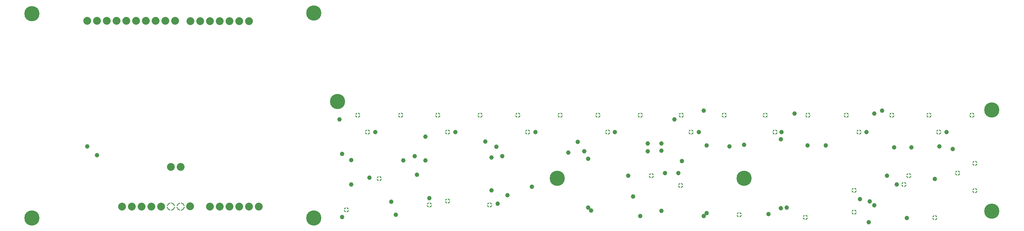
<source format=gbr>
G04 DesignSpark PCB Gerber Version 11.0 Build 5877*
G04 #@! TF.Part,Single*
G04 #@! TF.FileFunction,Copper,L2,Inr*
G04 #@! TF.FilePolarity,Negative*
%FSLAX35Y35*%
%MOIN*%
G04 #@! TA.AperFunction,ViaPad*
%ADD12C,0.04600*%
%AMT131*0 Thermal pad*7,0,0,0.05200,0.03200,0.01000,0*%
%ADD131T131*%
G04 #@! TA.AperFunction,WasherPad*
%ADD13C,0.08000*%
%AMT14*0 Thermal pad*7,0,0,0.08600,0.06600,0.01000,0*%
%ADD14T14*%
%ADD15C,0.15573*%
G04 #@! TD.AperFunction*
X0Y0D02*
D02*
D12*
X137630Y86750D03*
X147630Y77750D03*
X395734Y114250D03*
X398500Y14250D03*
Y79000D03*
X407750Y47750D03*
Y72750D03*
X426500Y54750D03*
X432500Y101250D03*
X449000Y30093D03*
X453500Y16500D03*
X461250Y72250D03*
X472750Y76500D03*
X475250Y57750D03*
X484000Y72250D03*
Y96500D03*
X488000Y33750D03*
X514500Y101250D03*
X545250Y91500D03*
X551500Y41500D03*
Y75250D03*
X556500Y86250D03*
X557750Y28016D03*
X562500Y76500D03*
X567750Y36500D03*
X592750Y45250D03*
X596500Y101250D03*
X630250Y80250D03*
X640000Y91250D03*
X646500Y81500D03*
X650500Y24018D03*
Y74000D03*
X653500Y21018D03*
X678000Y101250D03*
X691500Y56500D03*
X696500Y35250D03*
X704000Y15250D03*
X711500Y81500D03*
Y89750D03*
X725500Y20750D03*
Y82250D03*
Y89750D03*
X729079Y59250D03*
X738921Y114250D03*
X743000Y59250D03*
X746500Y71500D03*
X764000Y101250D03*
X769000Y15250D03*
Y123250D03*
X772000Y18250D03*
Y87750D03*
X795250Y86500D03*
X810250Y88250D03*
X835250Y17250D03*
X847750Y23250D03*
Y94000D03*
X848500Y101250D03*
X854000Y24070D03*
X862000Y120250D03*
X875250Y87750D03*
X894000D03*
X929000Y32750D03*
X935500Y101250D03*
X937750Y9000D03*
X939000Y30250D03*
X943500Y26250D03*
Y120250D03*
X951500Y123250D03*
X956500Y56500D03*
X964000Y85750D03*
X966500Y47750D03*
X977000Y13250D03*
X981500Y85750D03*
X1005500Y53250D03*
X1010250Y86500D03*
X1017500Y101250D03*
X1024000Y84000D03*
D02*
D13*
X137390Y215239D03*
X147390Y215240D03*
X157388Y215239D03*
X167388D03*
X173215Y25152D03*
X177388Y215239D03*
X183215Y25152D03*
X187388Y215239D03*
X193215Y25152D03*
X197388Y215239D03*
X203215Y25152D03*
X207388Y215239D03*
X213215Y25152D03*
X217388Y215239D03*
X223213Y65652D03*
X227388Y215239D03*
X233213Y65652D03*
X242750Y25250D03*
X243215Y215152D03*
X253215D03*
X263215Y25152D03*
Y215152D03*
X273215Y25152D03*
Y215152D03*
X283215Y25152D03*
Y215152D03*
X293215Y25152D03*
Y215152D03*
X303215Y25152D03*
Y215152D03*
X313215Y25152D03*
D02*
D14*
X223215Y25152D03*
X233215Y25152D03*
D02*
D15*
X80927Y13417D03*
X80967Y222703D03*
X369512Y223262D03*
X369514Y13417D03*
X394000Y132750D03*
X619000Y54000D03*
X810250D03*
X1064000Y20250D03*
Y124000D03*
D02*
D131*
X403000Y21500D03*
X414500Y118750D03*
X424500Y101250D03*
X436500Y53750D03*
X458500Y118750D03*
X488000Y26750D03*
X496500Y118750D03*
X506500Y30750D03*
Y101250D03*
X540000Y118750D03*
X549500Y26750D03*
X578500Y118750D03*
X588500Y101250D03*
X622000Y118750D03*
X660500D03*
X670500Y101250D03*
X704000Y118750D03*
X715250Y56500D03*
X745250Y46500D03*
X746000Y118750D03*
X756000Y101250D03*
X790000Y118750D03*
X805250Y16500D03*
X832000Y118750D03*
X842000Y101250D03*
X872750Y14000D03*
X875500Y118750D03*
X915000D03*
X923000Y19250D03*
Y41750D03*
X928000Y101250D03*
X961500Y118750D03*
X974000Y47750D03*
X979000Y56500D03*
X999500Y118750D03*
X1005500Y13750D03*
X1009500Y101250D03*
X1029000Y59250D03*
X1043500Y118750D03*
X1046500Y41250D03*
Y69250D03*
X0Y0D02*
M02*

</source>
